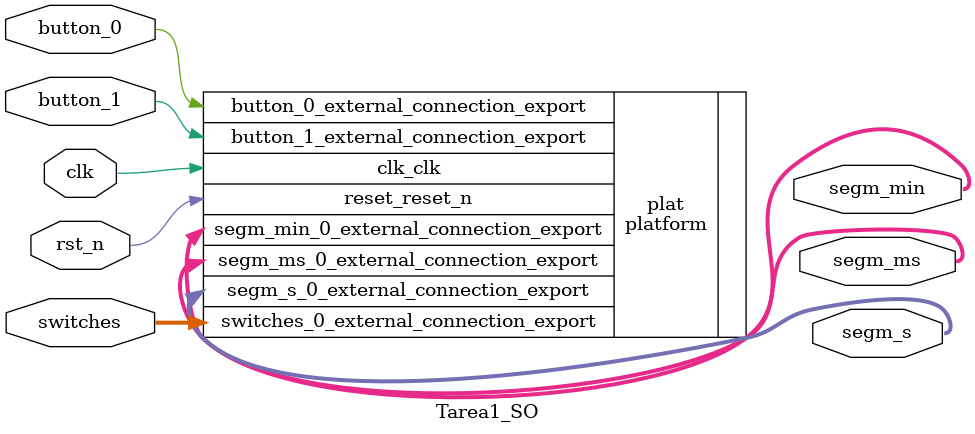
<source format=sv>
module Tarea1_SO (
		input  logic        clk,
		input  logic 		  button_0,
		input  logic 		  button_1,		
		input  logic        rst_n,                            
		input  logic [1:0]  switches,		
		output logic [13:0] segm_min, 
		output logic [13:0] segm_ms,  
		output logic [13:0] segm_s   
);

	platform plat (
		.button_0_external_connection_export(button_0),
		.button_1_external_connection_export(button_1)	,	
		.clk_clk(clk),                               
		.reset_reset_n(rst_n),                        
		.segm_min_0_external_connection_export(segm_min), 
		.segm_ms_0_external_connection_export(segm_ms),  
		.segm_s_0_external_connection_export(segm_s),   
		.switches_0_external_connection_export(switches)
	);

	
endmodule 
</source>
